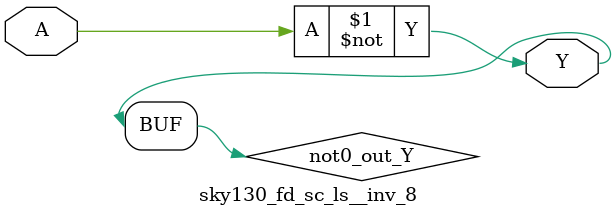
<source format=v>
/*
 * Copyright 2020 The SkyWater PDK Authors
 *
 * Licensed under the Apache License, Version 2.0 (the "License");
 * you may not use this file except in compliance with the License.
 * You may obtain a copy of the License at
 *
 *     https://www.apache.org/licenses/LICENSE-2.0
 *
 * Unless required by applicable law or agreed to in writing, software
 * distributed under the License is distributed on an "AS IS" BASIS,
 * WITHOUT WARRANTIES OR CONDITIONS OF ANY KIND, either express or implied.
 * See the License for the specific language governing permissions and
 * limitations under the License.
 *
 * SPDX-License-Identifier: Apache-2.0
*/


`ifndef SKY130_FD_SC_LS__INV_8_FUNCTIONAL_V
`define SKY130_FD_SC_LS__INV_8_FUNCTIONAL_V

/**
 * inv: Inverter.
 *
 * Verilog simulation functional model.
 */

`timescale 1ns / 1ps
`default_nettype none

`celldefine
module sky130_fd_sc_ls__inv_8 (
    Y,
    A
);

    // Module ports
    output Y;
    input  A;

    // Local signals
    wire not0_out_Y;

    //  Name  Output      Other arguments
    not not0 (not0_out_Y, A              );
    buf buf0 (Y         , not0_out_Y     );

endmodule
`endcelldefine

`default_nettype wire
`endif  // SKY130_FD_SC_LS__INV_8_FUNCTIONAL_V

</source>
